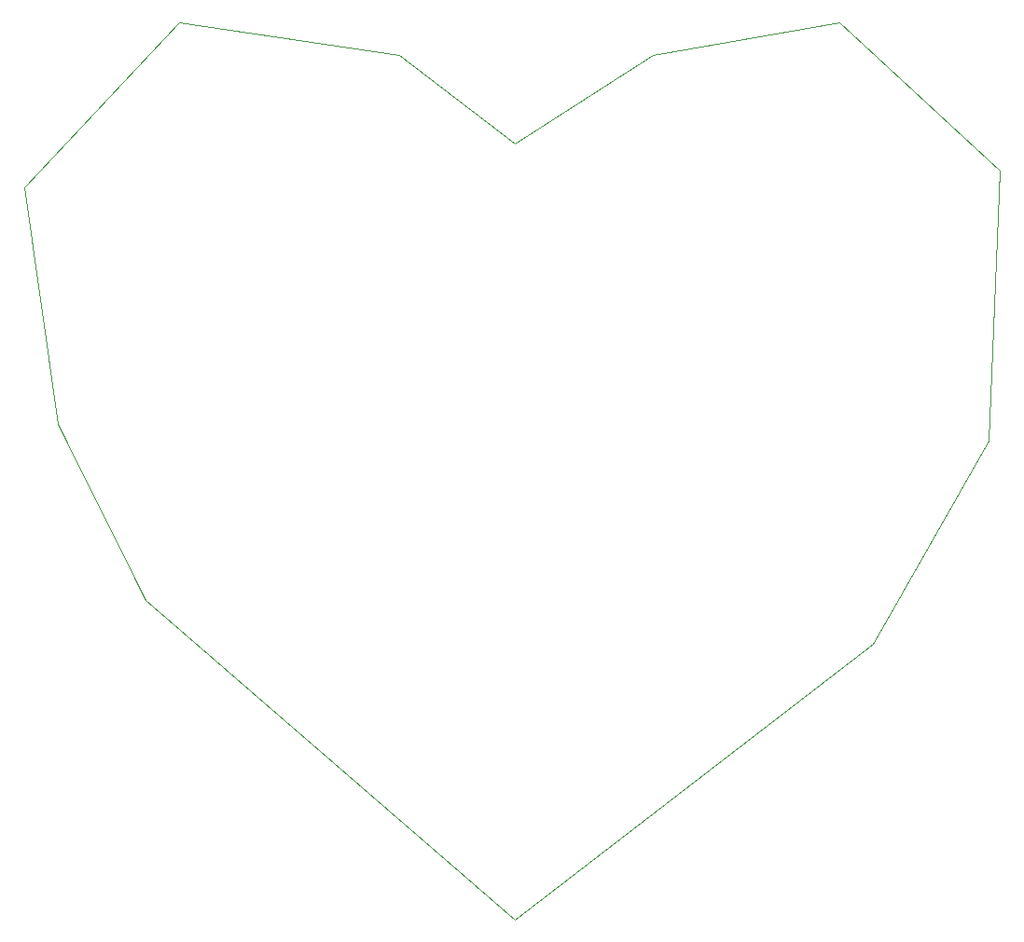
<source format=gbr>
%TF.GenerationSoftware,KiCad,Pcbnew,9.0.7*%
%TF.CreationDate,2026-02-08T11:51:19-05:00*%
%TF.ProjectId,555timerCES,35353574-696d-4657-9243-45532e6b6963,rev?*%
%TF.SameCoordinates,Original*%
%TF.FileFunction,Profile,NP*%
%FSLAX46Y46*%
G04 Gerber Fmt 4.6, Leading zero omitted, Abs format (unit mm)*
G04 Created by KiCad (PCBNEW 9.0.7) date 2026-02-08 11:51:19*
%MOMM*%
%LPD*%
G01*
G04 APERTURE LIST*
%TA.AperFunction,Profile*%
%ADD10C,0.050000*%
%TD*%
G04 APERTURE END LIST*
D10*
X173000000Y-57500000D02*
X172000000Y-82000000D01*
X161500000Y-100500000D01*
X129000000Y-125500000D01*
X95500000Y-96500000D01*
X87500000Y-80500000D01*
X84500000Y-59000000D01*
X98500000Y-44000000D01*
X118500000Y-47000000D01*
X129000000Y-55000000D01*
X141500000Y-47000000D01*
X158500000Y-44000000D01*
X173000000Y-57500000D01*
M02*

</source>
